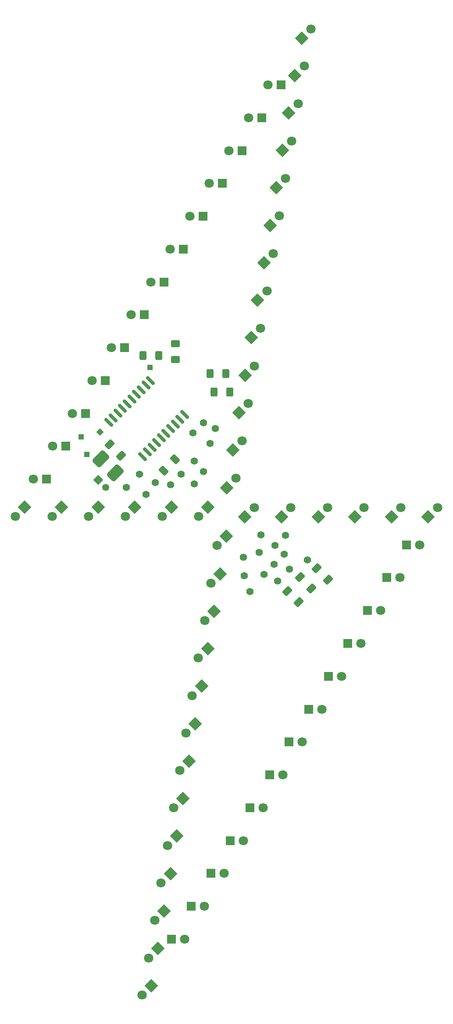
<source format=gbr>
%TF.GenerationSoftware,KiCad,Pcbnew,9.0.7*%
%TF.CreationDate,2026-02-15T20:35:59+02:00*%
%TF.ProjectId,kicad_selka_mk1,6b696361-645f-4736-956c-6b615f6d6b31,rev?*%
%TF.SameCoordinates,Original*%
%TF.FileFunction,Soldermask,Bot*%
%TF.FilePolarity,Negative*%
%FSLAX46Y46*%
G04 Gerber Fmt 4.6, Leading zero omitted, Abs format (unit mm)*
G04 Created by KiCad (PCBNEW 9.0.7) date 2026-02-15 20:35:59*
%MOMM*%
%LPD*%
G01*
G04 APERTURE LIST*
G04 Aperture macros list*
%AMRoundRect*
0 Rectangle with rounded corners*
0 $1 Rounding radius*
0 $2 $3 $4 $5 $6 $7 $8 $9 X,Y pos of 4 corners*
0 Add a 4 corners polygon primitive as box body*
4,1,4,$2,$3,$4,$5,$6,$7,$8,$9,$2,$3,0*
0 Add four circle primitives for the rounded corners*
1,1,$1+$1,$2,$3*
1,1,$1+$1,$4,$5*
1,1,$1+$1,$6,$7*
1,1,$1+$1,$8,$9*
0 Add four rect primitives between the rounded corners*
20,1,$1+$1,$2,$3,$4,$5,0*
20,1,$1+$1,$4,$5,$6,$7,0*
20,1,$1+$1,$6,$7,$8,$9,0*
20,1,$1+$1,$8,$9,$2,$3,0*%
%AMRotRect*
0 Rectangle, with rotation*
0 The origin of the aperture is its center*
0 $1 length*
0 $2 width*
0 $3 Rotation angle, in degrees counterclockwise*
0 Add horizontal line*
21,1,$1,$2,0,0,$3*%
G04 Aperture macros list end*
%ADD10C,1.400000*%
%ADD11R,1.800000X1.800000*%
%ADD12C,1.800000*%
%ADD13RotRect,1.800000X1.800000X225.000000*%
%ADD14RotRect,1.800000X1.800000X45.000000*%
%ADD15RoundRect,0.150000X-0.724784X0.512652X0.512652X-0.724784X0.724784X-0.512652X-0.512652X0.724784X0*%
%ADD16RoundRect,0.250000X-0.724784X-0.159099X-0.159099X-0.724784X0.724784X0.159099X0.159099X0.724784X0*%
%ADD17RoundRect,0.250000X-0.159099X0.724784X-0.724784X0.159099X0.159099X-0.724784X0.724784X-0.159099X0*%
%ADD18R,1.000000X1.000000*%
%ADD19RoundRect,0.396226X-1.242774X-0.318198X-0.318198X-1.242774X1.242774X0.318198X0.318198X1.242774X0*%
%ADD20C,1.350000*%
%ADD21RotRect,1.350000X1.350000X225.000000*%
%ADD22RoundRect,0.250000X-0.400000X-0.625000X0.400000X-0.625000X0.400000X0.625000X-0.400000X0.625000X0*%
%ADD23RoundRect,0.250000X0.400000X0.625000X-0.400000X0.625000X-0.400000X-0.625000X0.400000X-0.625000X0*%
%ADD24RotRect,1.000000X1.000000X45.000000*%
%ADD25RoundRect,0.250000X0.625000X-0.400000X0.625000X0.400000X-0.625000X0.400000X-0.625000X-0.400000X0*%
G04 APERTURE END LIST*
D10*
%TO.C,J2*%
X132740400Y-155295600D03*
%TD*%
%TO.C,J26*%
X133807200Y-158292800D03*
%TD*%
%TO.C,J24*%
X136499600Y-155041600D03*
%TD*%
%TO.C,J18*%
X132588000Y-151688800D03*
%TD*%
%TO.C,J16*%
X135636000Y-150825200D03*
%TD*%
%TO.C,J14*%
X138684000Y-149453600D03*
%TD*%
%TO.C,J22*%
X138480800Y-153060400D03*
%TD*%
%TO.C,J20*%
X140462000Y-151130000D03*
%TD*%
%TO.C,J12*%
X140665200Y-147523200D03*
%TD*%
%TO.C,J8*%
X144881600Y-152196800D03*
%TD*%
%TO.C,J4*%
X139141200Y-156311600D03*
%TD*%
%TO.C,J10*%
X135940800Y-147421600D03*
%TD*%
%TO.C,J6*%
X141478000Y-154025600D03*
%TD*%
D11*
%TO.C,D31*%
X133823200Y-199972000D03*
D12*
X136363200Y-199972000D03*
%TD*%
D13*
%TO.C,D18*%
X124473161Y-176568439D03*
D12*
X122677110Y-178364490D03*
%TD*%
D13*
%TO.C,D25*%
X116073161Y-227108439D03*
D12*
X114277110Y-228904490D03*
%TD*%
D13*
%TO.C,D46*%
X125735000Y-142087600D03*
D12*
X123938949Y-143883651D03*
%TD*%
D11*
%TO.C,D62*%
X132313800Y-73372000D03*
D12*
X129773800Y-73372000D03*
%TD*%
D11*
%TO.C,D60*%
X124753800Y-86032000D03*
D12*
X122213800Y-86032000D03*
%TD*%
D14*
%TO.C,D10*%
X132903839Y-116655561D03*
D12*
X134699890Y-114859510D03*
%TD*%
D13*
%TO.C,D21*%
X120873161Y-198228439D03*
D12*
X119077110Y-200024490D03*
%TD*%
D14*
%TO.C,D43*%
X146998000Y-143916400D03*
D12*
X148794051Y-142120349D03*
%TD*%
D14*
%TO.C,D41*%
X161154000Y-143916400D03*
D12*
X162950051Y-142120349D03*
%TD*%
D11*
%TO.C,D34*%
X145163200Y-180982000D03*
D12*
X147703200Y-180982000D03*
%TD*%
D11*
%TO.C,D27*%
X118703200Y-225292000D03*
D12*
X121243200Y-225292000D03*
%TD*%
D14*
%TO.C,D11*%
X131703839Y-123875561D03*
D12*
X133499890Y-122079510D03*
%TD*%
D13*
%TO.C,D14*%
X129273161Y-147688439D03*
D12*
X127477110Y-149484490D03*
%TD*%
D11*
%TO.C,D58*%
X117193800Y-98692000D03*
D12*
X114653800Y-98692000D03*
%TD*%
D11*
%TO.C,D39*%
X164063200Y-149332000D03*
D12*
X166603200Y-149332000D03*
%TD*%
D11*
%TO.C,D56*%
X109633800Y-111352000D03*
D12*
X107093800Y-111352000D03*
%TD*%
D11*
%TO.C,D57*%
X113413800Y-105022000D03*
D12*
X110873800Y-105022000D03*
%TD*%
D13*
%TO.C,D47*%
X118657000Y-142087600D03*
D12*
X116860949Y-143883651D03*
%TD*%
D14*
%TO.C,D1*%
X143781839Y-51752361D03*
D12*
X145577890Y-49956310D03*
%TD*%
D14*
%TO.C,D40*%
X168232000Y-143916400D03*
D12*
X170028051Y-142120349D03*
%TD*%
D11*
%TO.C,D38*%
X160283200Y-155662000D03*
D12*
X162823200Y-155662000D03*
%TD*%
D11*
%TO.C,D54*%
X102073800Y-124012000D03*
D12*
X99533800Y-124012000D03*
%TD*%
D13*
%TO.C,D20*%
X122073161Y-191008439D03*
D12*
X120277110Y-192804490D03*
%TD*%
D11*
%TO.C,D63*%
X136093800Y-67042000D03*
D12*
X133553800Y-67042000D03*
%TD*%
D14*
%TO.C,D2*%
X142503839Y-58895561D03*
D12*
X144299890Y-57099510D03*
%TD*%
D13*
%TO.C,D22*%
X119673161Y-205448439D03*
D12*
X117877110Y-207244490D03*
%TD*%
D13*
%TO.C,D49*%
X104501000Y-142087600D03*
D12*
X102704949Y-143883651D03*
%TD*%
D14*
%TO.C,D44*%
X139920000Y-143916400D03*
D12*
X141716051Y-142120349D03*
%TD*%
D11*
%TO.C,D32*%
X137603200Y-193642000D03*
D12*
X140143200Y-193642000D03*
%TD*%
D13*
%TO.C,D48*%
X111579000Y-142087600D03*
D12*
X109782949Y-143883651D03*
%TD*%
D13*
%TO.C,D16*%
X126873161Y-162128439D03*
D12*
X125077110Y-163924490D03*
%TD*%
D13*
%TO.C,D51*%
X90345000Y-142087600D03*
D12*
X88548949Y-143883651D03*
%TD*%
D11*
%TO.C,D30*%
X130043200Y-206302000D03*
D12*
X132583200Y-206302000D03*
%TD*%
D14*
%TO.C,D8*%
X135303839Y-102215561D03*
D12*
X137099890Y-100419510D03*
%TD*%
D11*
%TO.C,D53*%
X98293800Y-130342000D03*
D12*
X95753800Y-130342000D03*
%TD*%
D11*
%TO.C,D35*%
X148943200Y-174652000D03*
D12*
X151483200Y-174652000D03*
%TD*%
D14*
%TO.C,D42*%
X154076000Y-143916400D03*
D12*
X155872051Y-142120349D03*
%TD*%
D14*
%TO.C,D3*%
X141303839Y-66115561D03*
D12*
X143099890Y-64319510D03*
%TD*%
D13*
%TO.C,D19*%
X123273161Y-183788439D03*
D12*
X121477110Y-185584490D03*
%TD*%
D13*
%TO.C,D15*%
X128073161Y-154908439D03*
D12*
X126277110Y-156704490D03*
%TD*%
D14*
%TO.C,D45*%
X132842000Y-143916400D03*
D12*
X134638051Y-142120349D03*
%TD*%
D14*
%TO.C,D9*%
X134103839Y-109435561D03*
D12*
X135899890Y-107639510D03*
%TD*%
D11*
%TO.C,D59*%
X120973800Y-92362000D03*
D12*
X118433800Y-92362000D03*
%TD*%
D13*
%TO.C,D50*%
X97423000Y-142087600D03*
D12*
X95626949Y-143883651D03*
%TD*%
D11*
%TO.C,D29*%
X126263200Y-212632000D03*
D12*
X128803200Y-212632000D03*
%TD*%
D13*
%TO.C,D24*%
X117273161Y-219888439D03*
D12*
X115477110Y-221684490D03*
%TD*%
D11*
%TO.C,D55*%
X105853800Y-117682000D03*
D12*
X103313800Y-117682000D03*
%TD*%
D13*
%TO.C,D17*%
X125673161Y-169348439D03*
D12*
X123877110Y-171144490D03*
%TD*%
D14*
%TO.C,D6*%
X137703839Y-87775561D03*
D12*
X139499890Y-85979510D03*
%TD*%
D14*
%TO.C,D5*%
X138903839Y-80555561D03*
D12*
X140699890Y-78759510D03*
%TD*%
D11*
%TO.C,D64*%
X139873800Y-60712000D03*
D12*
X137333800Y-60712000D03*
%TD*%
D11*
%TO.C,D52*%
X94513800Y-136672000D03*
D12*
X91973800Y-136672000D03*
%TD*%
D11*
%TO.C,D37*%
X156503200Y-161992000D03*
D12*
X159043200Y-161992000D03*
%TD*%
D13*
%TO.C,D26*%
X114795161Y-234251639D03*
D12*
X112999110Y-236047690D03*
%TD*%
D14*
%TO.C,D4*%
X140103839Y-73335561D03*
D12*
X141899890Y-71539510D03*
%TD*%
D11*
%TO.C,D61*%
X128533800Y-79702000D03*
D12*
X125993800Y-79702000D03*
%TD*%
D11*
%TO.C,D36*%
X152723200Y-168322000D03*
D12*
X155263200Y-168322000D03*
%TD*%
D11*
%TO.C,D33*%
X141383200Y-187312000D03*
D12*
X143923200Y-187312000D03*
%TD*%
D14*
%TO.C,D13*%
X129303839Y-138315561D03*
D12*
X131099890Y-136519510D03*
%TD*%
D14*
%TO.C,D7*%
X136503839Y-94995561D03*
D12*
X138299890Y-93199510D03*
%TD*%
D14*
%TO.C,D12*%
X130503839Y-131095561D03*
D12*
X132299890Y-129299510D03*
%TD*%
D13*
%TO.C,D23*%
X118473161Y-212668439D03*
D12*
X116677110Y-214464490D03*
%TD*%
D11*
%TO.C,D28*%
X122483200Y-218962000D03*
D12*
X125023200Y-218962000D03*
%TD*%
D15*
%TO.C,U1*%
X106534949Y-125748052D03*
X107432975Y-124850026D03*
X108331000Y-123952000D03*
X109229026Y-123053975D03*
X110127052Y-122155949D03*
X111025077Y-121257924D03*
X111923103Y-120359898D03*
X112821128Y-119461872D03*
X113719154Y-118563847D03*
X114617180Y-117665821D03*
X121193273Y-124241914D03*
X120295247Y-125139940D03*
X119397222Y-126037966D03*
X118499196Y-126935991D03*
X117601170Y-127834017D03*
X116703145Y-128732042D03*
X115805119Y-129630068D03*
X114907094Y-130528094D03*
X114009068Y-131426119D03*
X113111042Y-132324145D03*
%TD*%
D10*
%TO.C,J23*%
X127152400Y-126949200D03*
%TD*%
D16*
%TO.C,R3*%
X141042384Y-158212784D03*
X143234416Y-160404816D03*
%TD*%
D10*
%TO.C,J17*%
X112522000Y-135763000D03*
%TD*%
%TO.C,J13*%
X115570000Y-137363200D03*
%TD*%
%TO.C,J21*%
X124815600Y-125780800D03*
%TD*%
D16*
%TO.C,R5*%
X146681184Y-153843984D03*
X148873216Y-156036016D03*
%TD*%
D17*
%TO.C,R6*%
X119333016Y-132888984D03*
X117140984Y-135081016D03*
%TD*%
D18*
%TO.C,J29*%
X102362000Y-131953000D03*
%TD*%
D19*
%TO.C,C1*%
X105047142Y-132733142D03*
X107804858Y-135490858D03*
%TD*%
D16*
%TO.C,R4*%
X143480784Y-155571184D03*
X145672816Y-157763216D03*
%TD*%
D20*
%TO.C,J27*%
X105960614Y-138269414D03*
D21*
X104546400Y-136855200D03*
%TD*%
D22*
%TO.C,R2*%
X126847000Y-119888000D03*
X129947000Y-119888000D03*
%TD*%
D23*
%TO.C,R7*%
X116231000Y-112903000D03*
X113131000Y-112903000D03*
%TD*%
D10*
%TO.C,J9*%
X118491000Y-137795000D03*
%TD*%
%TO.C,J11*%
X113741200Y-139649200D03*
%TD*%
%TO.C,J1*%
X123063000Y-133223000D03*
%TD*%
D24*
%TO.C,J28*%
X104902000Y-127635000D03*
%TD*%
D10*
%TO.C,J7*%
X124866400Y-135229600D03*
%TD*%
%TO.C,J25*%
X122834400Y-127762000D03*
%TD*%
%TO.C,J3*%
X120523000Y-135763000D03*
%TD*%
D25*
%TO.C,R8*%
X119430800Y-113665600D03*
X119430800Y-110565600D03*
%TD*%
D10*
%TO.C,J5*%
X123088400Y-137566400D03*
%TD*%
D18*
%TO.C,J31*%
X114554000Y-115189000D03*
%TD*%
D10*
%TO.C,J15*%
X109982000Y-138303000D03*
%TD*%
D18*
%TO.C,J30*%
X101219000Y-128524000D03*
%TD*%
D16*
%TO.C,R9*%
X106726984Y-129967984D03*
X108919016Y-132160016D03*
%TD*%
D22*
%TO.C,R1*%
X126085000Y-116332000D03*
X129185000Y-116332000D03*
%TD*%
D10*
%TO.C,J19*%
X126111000Y-129794000D03*
%TD*%
M02*

</source>
